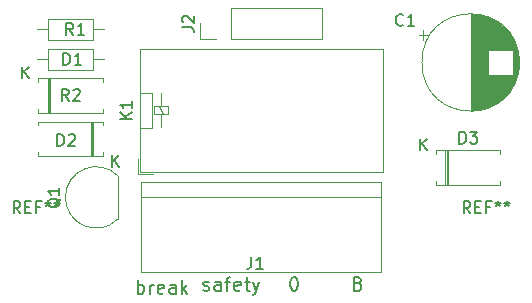
<source format=gbr>
%TF.GenerationSoftware,KiCad,Pcbnew,(5.1.6)-1*%
%TF.CreationDate,2021-01-10T14:53:30+01:00*%
%TF.ProjectId,dcBreak,64634272-6561-46b2-9e6b-696361645f70,rev?*%
%TF.SameCoordinates,Original*%
%TF.FileFunction,Legend,Top*%
%TF.FilePolarity,Positive*%
%FSLAX46Y46*%
G04 Gerber Fmt 4.6, Leading zero omitted, Abs format (unit mm)*
G04 Created by KiCad (PCBNEW (5.1.6)-1) date 2021-01-10 14:53:30*
%MOMM*%
%LPD*%
G01*
G04 APERTURE LIST*
%ADD10C,0.127000*%
%ADD11C,0.120000*%
%ADD12C,0.150000*%
G04 APERTURE END LIST*
D10*
X119969642Y-134284357D02*
X120132928Y-134338785D01*
X120187357Y-134393214D01*
X120241785Y-134502071D01*
X120241785Y-134665357D01*
X120187357Y-134774214D01*
X120132928Y-134828642D01*
X120024071Y-134883071D01*
X119588642Y-134883071D01*
X119588642Y-133740071D01*
X119969642Y-133740071D01*
X120078500Y-133794500D01*
X120132928Y-133848928D01*
X120187357Y-133957785D01*
X120187357Y-134066642D01*
X120132928Y-134175500D01*
X120078500Y-134229928D01*
X119969642Y-134284357D01*
X119588642Y-134284357D01*
X114499571Y-133740071D02*
X114608428Y-133740071D01*
X114717285Y-133794500D01*
X114771714Y-133848928D01*
X114826142Y-133957785D01*
X114880571Y-134175500D01*
X114880571Y-134447642D01*
X114826142Y-134665357D01*
X114771714Y-134774214D01*
X114717285Y-134828642D01*
X114608428Y-134883071D01*
X114499571Y-134883071D01*
X114390714Y-134828642D01*
X114336285Y-134774214D01*
X114281857Y-134665357D01*
X114227428Y-134447642D01*
X114227428Y-134175500D01*
X114281857Y-133957785D01*
X114336285Y-133848928D01*
X114390714Y-133794500D01*
X114499571Y-133740071D01*
X106879571Y-134828642D02*
X106988428Y-134883071D01*
X107206142Y-134883071D01*
X107315000Y-134828642D01*
X107369428Y-134719785D01*
X107369428Y-134665357D01*
X107315000Y-134556500D01*
X107206142Y-134502071D01*
X107042857Y-134502071D01*
X106934000Y-134447642D01*
X106879571Y-134338785D01*
X106879571Y-134284357D01*
X106934000Y-134175500D01*
X107042857Y-134121071D01*
X107206142Y-134121071D01*
X107315000Y-134175500D01*
X108349142Y-134883071D02*
X108349142Y-134284357D01*
X108294714Y-134175500D01*
X108185857Y-134121071D01*
X107968142Y-134121071D01*
X107859285Y-134175500D01*
X108349142Y-134828642D02*
X108240285Y-134883071D01*
X107968142Y-134883071D01*
X107859285Y-134828642D01*
X107804857Y-134719785D01*
X107804857Y-134610928D01*
X107859285Y-134502071D01*
X107968142Y-134447642D01*
X108240285Y-134447642D01*
X108349142Y-134393214D01*
X108730142Y-134121071D02*
X109165571Y-134121071D01*
X108893428Y-134883071D02*
X108893428Y-133903357D01*
X108947857Y-133794500D01*
X109056714Y-133740071D01*
X109165571Y-133740071D01*
X109982000Y-134828642D02*
X109873142Y-134883071D01*
X109655428Y-134883071D01*
X109546571Y-134828642D01*
X109492142Y-134719785D01*
X109492142Y-134284357D01*
X109546571Y-134175500D01*
X109655428Y-134121071D01*
X109873142Y-134121071D01*
X109982000Y-134175500D01*
X110036428Y-134284357D01*
X110036428Y-134393214D01*
X109492142Y-134502071D01*
X110363000Y-134121071D02*
X110798428Y-134121071D01*
X110526285Y-133740071D02*
X110526285Y-134719785D01*
X110580714Y-134828642D01*
X110689571Y-134883071D01*
X110798428Y-134883071D01*
X111070571Y-134121071D02*
X111342714Y-134883071D01*
X111614857Y-134121071D02*
X111342714Y-134883071D01*
X111233857Y-135155214D01*
X111179428Y-135209642D01*
X111070571Y-135264071D01*
X101309714Y-135137071D02*
X101309714Y-133994071D01*
X101309714Y-134429500D02*
X101418571Y-134375071D01*
X101636285Y-134375071D01*
X101745142Y-134429500D01*
X101799571Y-134483928D01*
X101854000Y-134592785D01*
X101854000Y-134919357D01*
X101799571Y-135028214D01*
X101745142Y-135082642D01*
X101636285Y-135137071D01*
X101418571Y-135137071D01*
X101309714Y-135082642D01*
X102343857Y-135137071D02*
X102343857Y-134375071D01*
X102343857Y-134592785D02*
X102398285Y-134483928D01*
X102452714Y-134429500D01*
X102561571Y-134375071D01*
X102670428Y-134375071D01*
X103486857Y-135082642D02*
X103378000Y-135137071D01*
X103160285Y-135137071D01*
X103051428Y-135082642D01*
X102997000Y-134973785D01*
X102997000Y-134538357D01*
X103051428Y-134429500D01*
X103160285Y-134375071D01*
X103378000Y-134375071D01*
X103486857Y-134429500D01*
X103541285Y-134538357D01*
X103541285Y-134647214D01*
X102997000Y-134756071D01*
X104521000Y-135137071D02*
X104521000Y-134538357D01*
X104466571Y-134429500D01*
X104357714Y-134375071D01*
X104140000Y-134375071D01*
X104031142Y-134429500D01*
X104521000Y-135082642D02*
X104412142Y-135137071D01*
X104140000Y-135137071D01*
X104031142Y-135082642D01*
X103976714Y-134973785D01*
X103976714Y-134864928D01*
X104031142Y-134756071D01*
X104140000Y-134701642D01*
X104412142Y-134701642D01*
X104521000Y-134647214D01*
X105065285Y-135137071D02*
X105065285Y-133994071D01*
X105174142Y-134701642D02*
X105500714Y-135137071D01*
X105500714Y-134375071D02*
X105065285Y-134810500D01*
D11*
%TO.C,J1*%
X121920000Y-133350000D02*
X121920000Y-125730000D01*
X101600000Y-125730000D02*
X101600000Y-133350000D01*
X101600000Y-127000000D02*
X121920000Y-127000000D01*
X121920000Y-133350000D02*
X101600000Y-133350000D01*
X121920000Y-125730000D02*
X101600000Y-125730000D01*
%TO.C,K1*%
X102680000Y-119274000D02*
X102680000Y-119974000D01*
X103880000Y-119274000D02*
X102680000Y-119274000D01*
X103880000Y-119974000D02*
X103880000Y-119274000D01*
X102680000Y-119974000D02*
X103880000Y-119974000D01*
X103480000Y-119974000D02*
X103080000Y-119274000D01*
X103310000Y-119274000D02*
X103310000Y-118174000D01*
X103310000Y-119974000D02*
X103310000Y-121074000D01*
X102530000Y-118144000D02*
X101470000Y-118144000D01*
X102530000Y-121144000D02*
X102530000Y-118144000D01*
X101470000Y-121144000D02*
X102510000Y-121144000D01*
X101470000Y-114444000D02*
X101470000Y-124824000D01*
X122060000Y-114444000D02*
X101470000Y-114444000D01*
X122060000Y-124824000D02*
X122060000Y-114444000D01*
X101470000Y-124824000D02*
X122060000Y-124824000D01*
X102620000Y-124984000D02*
X101320000Y-124984000D01*
X101320000Y-124984000D02*
X101320000Y-123774000D01*
%TO.C,C1*%
X133620000Y-115570000D02*
G75*
G03*
X133620000Y-115570000I-4120000J0D01*
G01*
X129500000Y-111490000D02*
X129500000Y-119650000D01*
X129540000Y-111490000D02*
X129540000Y-119650000D01*
X129580000Y-111490000D02*
X129580000Y-119650000D01*
X129620000Y-111491000D02*
X129620000Y-119649000D01*
X129660000Y-111493000D02*
X129660000Y-119647000D01*
X129700000Y-111494000D02*
X129700000Y-119646000D01*
X129740000Y-111496000D02*
X129740000Y-119644000D01*
X129780000Y-111499000D02*
X129780000Y-119641000D01*
X129820000Y-111502000D02*
X129820000Y-119638000D01*
X129860000Y-111505000D02*
X129860000Y-119635000D01*
X129900000Y-111509000D02*
X129900000Y-119631000D01*
X129940000Y-111513000D02*
X129940000Y-119627000D01*
X129980000Y-111518000D02*
X129980000Y-119622000D01*
X130020000Y-111522000D02*
X130020000Y-119618000D01*
X130060000Y-111528000D02*
X130060000Y-119612000D01*
X130100000Y-111533000D02*
X130100000Y-119607000D01*
X130140000Y-111540000D02*
X130140000Y-119600000D01*
X130180000Y-111546000D02*
X130180000Y-119594000D01*
X130221000Y-111553000D02*
X130221000Y-119587000D01*
X130261000Y-111560000D02*
X130261000Y-119580000D01*
X130301000Y-111568000D02*
X130301000Y-119572000D01*
X130341000Y-111576000D02*
X130341000Y-119564000D01*
X130381000Y-111585000D02*
X130381000Y-119555000D01*
X130421000Y-111594000D02*
X130421000Y-119546000D01*
X130461000Y-111603000D02*
X130461000Y-119537000D01*
X130501000Y-111613000D02*
X130501000Y-119527000D01*
X130541000Y-111623000D02*
X130541000Y-119517000D01*
X130581000Y-111634000D02*
X130581000Y-119506000D01*
X130621000Y-111645000D02*
X130621000Y-119495000D01*
X130661000Y-111656000D02*
X130661000Y-119484000D01*
X130701000Y-111668000D02*
X130701000Y-119472000D01*
X130741000Y-111681000D02*
X130741000Y-119459000D01*
X130781000Y-111693000D02*
X130781000Y-119447000D01*
X130821000Y-111707000D02*
X130821000Y-119433000D01*
X130861000Y-111720000D02*
X130861000Y-119420000D01*
X130901000Y-111735000D02*
X130901000Y-119405000D01*
X130941000Y-111749000D02*
X130941000Y-119391000D01*
X130981000Y-111765000D02*
X130981000Y-114530000D01*
X130981000Y-116610000D02*
X130981000Y-119375000D01*
X131021000Y-111780000D02*
X131021000Y-114530000D01*
X131021000Y-116610000D02*
X131021000Y-119360000D01*
X131061000Y-111796000D02*
X131061000Y-114530000D01*
X131061000Y-116610000D02*
X131061000Y-119344000D01*
X131101000Y-111813000D02*
X131101000Y-114530000D01*
X131101000Y-116610000D02*
X131101000Y-119327000D01*
X131141000Y-111830000D02*
X131141000Y-114530000D01*
X131141000Y-116610000D02*
X131141000Y-119310000D01*
X131181000Y-111848000D02*
X131181000Y-114530000D01*
X131181000Y-116610000D02*
X131181000Y-119292000D01*
X131221000Y-111866000D02*
X131221000Y-114530000D01*
X131221000Y-116610000D02*
X131221000Y-119274000D01*
X131261000Y-111884000D02*
X131261000Y-114530000D01*
X131261000Y-116610000D02*
X131261000Y-119256000D01*
X131301000Y-111904000D02*
X131301000Y-114530000D01*
X131301000Y-116610000D02*
X131301000Y-119236000D01*
X131341000Y-111923000D02*
X131341000Y-114530000D01*
X131341000Y-116610000D02*
X131341000Y-119217000D01*
X131381000Y-111943000D02*
X131381000Y-114530000D01*
X131381000Y-116610000D02*
X131381000Y-119197000D01*
X131421000Y-111964000D02*
X131421000Y-114530000D01*
X131421000Y-116610000D02*
X131421000Y-119176000D01*
X131461000Y-111986000D02*
X131461000Y-114530000D01*
X131461000Y-116610000D02*
X131461000Y-119154000D01*
X131501000Y-112008000D02*
X131501000Y-114530000D01*
X131501000Y-116610000D02*
X131501000Y-119132000D01*
X131541000Y-112030000D02*
X131541000Y-114530000D01*
X131541000Y-116610000D02*
X131541000Y-119110000D01*
X131581000Y-112053000D02*
X131581000Y-114530000D01*
X131581000Y-116610000D02*
X131581000Y-119087000D01*
X131621000Y-112077000D02*
X131621000Y-114530000D01*
X131621000Y-116610000D02*
X131621000Y-119063000D01*
X131661000Y-112101000D02*
X131661000Y-114530000D01*
X131661000Y-116610000D02*
X131661000Y-119039000D01*
X131701000Y-112126000D02*
X131701000Y-114530000D01*
X131701000Y-116610000D02*
X131701000Y-119014000D01*
X131741000Y-112152000D02*
X131741000Y-114530000D01*
X131741000Y-116610000D02*
X131741000Y-118988000D01*
X131781000Y-112178000D02*
X131781000Y-114530000D01*
X131781000Y-116610000D02*
X131781000Y-118962000D01*
X131821000Y-112205000D02*
X131821000Y-114530000D01*
X131821000Y-116610000D02*
X131821000Y-118935000D01*
X131861000Y-112232000D02*
X131861000Y-114530000D01*
X131861000Y-116610000D02*
X131861000Y-118908000D01*
X131901000Y-112261000D02*
X131901000Y-114530000D01*
X131901000Y-116610000D02*
X131901000Y-118879000D01*
X131941000Y-112290000D02*
X131941000Y-114530000D01*
X131941000Y-116610000D02*
X131941000Y-118850000D01*
X131981000Y-112320000D02*
X131981000Y-114530000D01*
X131981000Y-116610000D02*
X131981000Y-118820000D01*
X132021000Y-112350000D02*
X132021000Y-114530000D01*
X132021000Y-116610000D02*
X132021000Y-118790000D01*
X132061000Y-112381000D02*
X132061000Y-114530000D01*
X132061000Y-116610000D02*
X132061000Y-118759000D01*
X132101000Y-112414000D02*
X132101000Y-114530000D01*
X132101000Y-116610000D02*
X132101000Y-118726000D01*
X132141000Y-112446000D02*
X132141000Y-114530000D01*
X132141000Y-116610000D02*
X132141000Y-118694000D01*
X132181000Y-112480000D02*
X132181000Y-114530000D01*
X132181000Y-116610000D02*
X132181000Y-118660000D01*
X132221000Y-112515000D02*
X132221000Y-114530000D01*
X132221000Y-116610000D02*
X132221000Y-118625000D01*
X132261000Y-112551000D02*
X132261000Y-114530000D01*
X132261000Y-116610000D02*
X132261000Y-118589000D01*
X132301000Y-112587000D02*
X132301000Y-114530000D01*
X132301000Y-116610000D02*
X132301000Y-118553000D01*
X132341000Y-112625000D02*
X132341000Y-114530000D01*
X132341000Y-116610000D02*
X132341000Y-118515000D01*
X132381000Y-112663000D02*
X132381000Y-114530000D01*
X132381000Y-116610000D02*
X132381000Y-118477000D01*
X132421000Y-112703000D02*
X132421000Y-114530000D01*
X132421000Y-116610000D02*
X132421000Y-118437000D01*
X132461000Y-112744000D02*
X132461000Y-114530000D01*
X132461000Y-116610000D02*
X132461000Y-118396000D01*
X132501000Y-112786000D02*
X132501000Y-114530000D01*
X132501000Y-116610000D02*
X132501000Y-118354000D01*
X132541000Y-112829000D02*
X132541000Y-114530000D01*
X132541000Y-116610000D02*
X132541000Y-118311000D01*
X132581000Y-112873000D02*
X132581000Y-114530000D01*
X132581000Y-116610000D02*
X132581000Y-118267000D01*
X132621000Y-112919000D02*
X132621000Y-114530000D01*
X132621000Y-116610000D02*
X132621000Y-118221000D01*
X132661000Y-112966000D02*
X132661000Y-114530000D01*
X132661000Y-116610000D02*
X132661000Y-118174000D01*
X132701000Y-113014000D02*
X132701000Y-114530000D01*
X132701000Y-116610000D02*
X132701000Y-118126000D01*
X132741000Y-113065000D02*
X132741000Y-114530000D01*
X132741000Y-116610000D02*
X132741000Y-118075000D01*
X132781000Y-113116000D02*
X132781000Y-114530000D01*
X132781000Y-116610000D02*
X132781000Y-118024000D01*
X132821000Y-113170000D02*
X132821000Y-114530000D01*
X132821000Y-116610000D02*
X132821000Y-117970000D01*
X132861000Y-113225000D02*
X132861000Y-114530000D01*
X132861000Y-116610000D02*
X132861000Y-117915000D01*
X132901000Y-113283000D02*
X132901000Y-114530000D01*
X132901000Y-116610000D02*
X132901000Y-117857000D01*
X132941000Y-113342000D02*
X132941000Y-114530000D01*
X132941000Y-116610000D02*
X132941000Y-117798000D01*
X132981000Y-113404000D02*
X132981000Y-114530000D01*
X132981000Y-116610000D02*
X132981000Y-117736000D01*
X133021000Y-113468000D02*
X133021000Y-114530000D01*
X133021000Y-116610000D02*
X133021000Y-117672000D01*
X133061000Y-113536000D02*
X133061000Y-117604000D01*
X133101000Y-113606000D02*
X133101000Y-117534000D01*
X133141000Y-113680000D02*
X133141000Y-117460000D01*
X133181000Y-113757000D02*
X133181000Y-117383000D01*
X133221000Y-113839000D02*
X133221000Y-117301000D01*
X133261000Y-113925000D02*
X133261000Y-117215000D01*
X133301000Y-114018000D02*
X133301000Y-117122000D01*
X133341000Y-114117000D02*
X133341000Y-117023000D01*
X133381000Y-114224000D02*
X133381000Y-116916000D01*
X133421000Y-114341000D02*
X133421000Y-116799000D01*
X133461000Y-114472000D02*
X133461000Y-116668000D01*
X133501000Y-114622000D02*
X133501000Y-116518000D01*
X133541000Y-114802000D02*
X133541000Y-116338000D01*
X133581000Y-115037000D02*
X133581000Y-116103000D01*
X125090302Y-113255000D02*
X125890302Y-113255000D01*
X125490302Y-112855000D02*
X125490302Y-113655000D01*
%TO.C,J2*%
X106620000Y-113598000D02*
X106620000Y-112268000D01*
X107950000Y-113598000D02*
X106620000Y-113598000D01*
X109220000Y-113598000D02*
X109220000Y-110938000D01*
X109220000Y-110938000D02*
X116900000Y-110938000D01*
X109220000Y-113598000D02*
X116900000Y-113598000D01*
X116900000Y-113598000D02*
X116900000Y-110938000D01*
%TO.C,Q1*%
X99640000Y-128800000D02*
X99640000Y-125200000D01*
X99628478Y-128838478D02*
G75*
G02*
X95190000Y-127000000I-1838478J1838478D01*
G01*
X99628478Y-125161522D02*
G75*
G03*
X95190000Y-127000000I-1838478J-1838478D01*
G01*
%TO.C,D1*%
X92911000Y-117224000D02*
X92911000Y-116894000D01*
X92911000Y-116894000D02*
X98351000Y-116894000D01*
X98351000Y-116894000D02*
X98351000Y-117224000D01*
X92911000Y-119504000D02*
X92911000Y-119834000D01*
X92911000Y-119834000D02*
X98351000Y-119834000D01*
X98351000Y-119834000D02*
X98351000Y-119504000D01*
X93811000Y-116894000D02*
X93811000Y-119834000D01*
X93931000Y-116894000D02*
X93931000Y-119834000D01*
X93691000Y-116894000D02*
X93691000Y-119834000D01*
%TO.C,D2*%
X97571000Y-123517000D02*
X97571000Y-120577000D01*
X97331000Y-123517000D02*
X97331000Y-120577000D01*
X97451000Y-123517000D02*
X97451000Y-120577000D01*
X92911000Y-120577000D02*
X92911000Y-120907000D01*
X98351000Y-120577000D02*
X92911000Y-120577000D01*
X98351000Y-120907000D02*
X98351000Y-120577000D01*
X92911000Y-123517000D02*
X92911000Y-123187000D01*
X98351000Y-123517000D02*
X92911000Y-123517000D01*
X98351000Y-123187000D02*
X98351000Y-123517000D01*
%TO.C,D3*%
X126566000Y-123320000D02*
X126566000Y-122990000D01*
X126566000Y-122990000D02*
X132006000Y-122990000D01*
X132006000Y-122990000D02*
X132006000Y-123320000D01*
X126566000Y-125600000D02*
X126566000Y-125930000D01*
X126566000Y-125930000D02*
X132006000Y-125930000D01*
X132006000Y-125930000D02*
X132006000Y-125600000D01*
X127466000Y-122990000D02*
X127466000Y-125930000D01*
X127586000Y-122990000D02*
X127586000Y-125930000D01*
X127346000Y-122990000D02*
X127346000Y-125930000D01*
%TO.C,R1*%
X98501000Y-112776000D02*
X97551000Y-112776000D01*
X92761000Y-112776000D02*
X93711000Y-112776000D01*
X97551000Y-111856000D02*
X93711000Y-111856000D01*
X97551000Y-113696000D02*
X97551000Y-111856000D01*
X93711000Y-113696000D02*
X97551000Y-113696000D01*
X93711000Y-111856000D02*
X93711000Y-113696000D01*
%TO.C,R2*%
X97551000Y-116236000D02*
X97551000Y-114396000D01*
X97551000Y-114396000D02*
X93711000Y-114396000D01*
X93711000Y-114396000D02*
X93711000Y-116236000D01*
X93711000Y-116236000D02*
X97551000Y-116236000D01*
X98501000Y-115316000D02*
X97551000Y-115316000D01*
X92761000Y-115316000D02*
X93711000Y-115316000D01*
%TO.C,J1*%
D12*
X110918666Y-132040380D02*
X110918666Y-132754666D01*
X110871047Y-132897523D01*
X110775809Y-132992761D01*
X110632952Y-133040380D01*
X110537714Y-133040380D01*
X111918666Y-133040380D02*
X111347238Y-133040380D01*
X111632952Y-133040380D02*
X111632952Y-132040380D01*
X111537714Y-132183238D01*
X111442476Y-132278476D01*
X111347238Y-132326095D01*
%TO.C,K1*%
X100822380Y-120372095D02*
X99822380Y-120372095D01*
X100822380Y-119800666D02*
X100250952Y-120229238D01*
X99822380Y-119800666D02*
X100393809Y-120372095D01*
X100822380Y-118848285D02*
X100822380Y-119419714D01*
X100822380Y-119134000D02*
X99822380Y-119134000D01*
X99965238Y-119229238D01*
X100060476Y-119324476D01*
X100108095Y-119419714D01*
%TO.C,C1*%
X123785333Y-112371142D02*
X123737714Y-112418761D01*
X123594857Y-112466380D01*
X123499619Y-112466380D01*
X123356761Y-112418761D01*
X123261523Y-112323523D01*
X123213904Y-112228285D01*
X123166285Y-112037809D01*
X123166285Y-111894952D01*
X123213904Y-111704476D01*
X123261523Y-111609238D01*
X123356761Y-111514000D01*
X123499619Y-111466380D01*
X123594857Y-111466380D01*
X123737714Y-111514000D01*
X123785333Y-111561619D01*
X124737714Y-112466380D02*
X124166285Y-112466380D01*
X124452000Y-112466380D02*
X124452000Y-111466380D01*
X124356761Y-111609238D01*
X124261523Y-111704476D01*
X124166285Y-111752095D01*
%TO.C,REF\u002A\u002A*%
X91376666Y-128332380D02*
X91043333Y-127856190D01*
X90805238Y-128332380D02*
X90805238Y-127332380D01*
X91186190Y-127332380D01*
X91281428Y-127380000D01*
X91329047Y-127427619D01*
X91376666Y-127522857D01*
X91376666Y-127665714D01*
X91329047Y-127760952D01*
X91281428Y-127808571D01*
X91186190Y-127856190D01*
X90805238Y-127856190D01*
X91805238Y-127808571D02*
X92138571Y-127808571D01*
X92281428Y-128332380D02*
X91805238Y-128332380D01*
X91805238Y-127332380D01*
X92281428Y-127332380D01*
X93043333Y-127808571D02*
X92710000Y-127808571D01*
X92710000Y-128332380D02*
X92710000Y-127332380D01*
X93186190Y-127332380D01*
X93710000Y-127332380D02*
X93710000Y-127570476D01*
X93471904Y-127475238D02*
X93710000Y-127570476D01*
X93948095Y-127475238D01*
X93567142Y-127760952D02*
X93710000Y-127570476D01*
X93852857Y-127760952D01*
X94471904Y-127332380D02*
X94471904Y-127570476D01*
X94233809Y-127475238D02*
X94471904Y-127570476D01*
X94710000Y-127475238D01*
X94329047Y-127760952D02*
X94471904Y-127570476D01*
X94614761Y-127760952D01*
X129476666Y-128332380D02*
X129143333Y-127856190D01*
X128905238Y-128332380D02*
X128905238Y-127332380D01*
X129286190Y-127332380D01*
X129381428Y-127380000D01*
X129429047Y-127427619D01*
X129476666Y-127522857D01*
X129476666Y-127665714D01*
X129429047Y-127760952D01*
X129381428Y-127808571D01*
X129286190Y-127856190D01*
X128905238Y-127856190D01*
X129905238Y-127808571D02*
X130238571Y-127808571D01*
X130381428Y-128332380D02*
X129905238Y-128332380D01*
X129905238Y-127332380D01*
X130381428Y-127332380D01*
X131143333Y-127808571D02*
X130810000Y-127808571D01*
X130810000Y-128332380D02*
X130810000Y-127332380D01*
X131286190Y-127332380D01*
X131810000Y-127332380D02*
X131810000Y-127570476D01*
X131571904Y-127475238D02*
X131810000Y-127570476D01*
X132048095Y-127475238D01*
X131667142Y-127760952D02*
X131810000Y-127570476D01*
X131952857Y-127760952D01*
X132571904Y-127332380D02*
X132571904Y-127570476D01*
X132333809Y-127475238D02*
X132571904Y-127570476D01*
X132810000Y-127475238D01*
X132429047Y-127760952D02*
X132571904Y-127570476D01*
X132714761Y-127760952D01*
%TO.C,J2*%
X105072380Y-112601333D02*
X105786666Y-112601333D01*
X105929523Y-112648952D01*
X106024761Y-112744190D01*
X106072380Y-112887047D01*
X106072380Y-112982285D01*
X105167619Y-112172761D02*
X105120000Y-112125142D01*
X105072380Y-112029904D01*
X105072380Y-111791809D01*
X105120000Y-111696571D01*
X105167619Y-111648952D01*
X105262857Y-111601333D01*
X105358095Y-111601333D01*
X105500952Y-111648952D01*
X106072380Y-112220380D01*
X106072380Y-111601333D01*
%TO.C,Q1*%
X94777619Y-127095238D02*
X94730000Y-127190476D01*
X94634761Y-127285714D01*
X94491904Y-127428571D01*
X94444285Y-127523809D01*
X94444285Y-127619047D01*
X94682380Y-127571428D02*
X94634761Y-127666666D01*
X94539523Y-127761904D01*
X94349047Y-127809523D01*
X94015714Y-127809523D01*
X93825238Y-127761904D01*
X93730000Y-127666666D01*
X93682380Y-127571428D01*
X93682380Y-127380952D01*
X93730000Y-127285714D01*
X93825238Y-127190476D01*
X94015714Y-127142857D01*
X94349047Y-127142857D01*
X94539523Y-127190476D01*
X94634761Y-127285714D01*
X94682380Y-127380952D01*
X94682380Y-127571428D01*
X94682380Y-126190476D02*
X94682380Y-126761904D01*
X94682380Y-126476190D02*
X93682380Y-126476190D01*
X93825238Y-126571428D01*
X93920476Y-126666666D01*
X93968095Y-126761904D01*
%TO.C,D1*%
X95019904Y-115768380D02*
X95019904Y-114768380D01*
X95258000Y-114768380D01*
X95400857Y-114816000D01*
X95496095Y-114911238D01*
X95543714Y-115006476D01*
X95591333Y-115196952D01*
X95591333Y-115339809D01*
X95543714Y-115530285D01*
X95496095Y-115625523D01*
X95400857Y-115720761D01*
X95258000Y-115768380D01*
X95019904Y-115768380D01*
X96543714Y-115768380D02*
X95972285Y-115768380D01*
X96258000Y-115768380D02*
X96258000Y-114768380D01*
X96162761Y-114911238D01*
X96067523Y-115006476D01*
X95972285Y-115054095D01*
X91559095Y-116916380D02*
X91559095Y-115916380D01*
X92130523Y-116916380D02*
X91701952Y-116344952D01*
X92130523Y-115916380D02*
X91559095Y-116487809D01*
%TO.C,D2*%
X94511904Y-122626380D02*
X94511904Y-121626380D01*
X94750000Y-121626380D01*
X94892857Y-121674000D01*
X94988095Y-121769238D01*
X95035714Y-121864476D01*
X95083333Y-122054952D01*
X95083333Y-122197809D01*
X95035714Y-122388285D01*
X94988095Y-122483523D01*
X94892857Y-122578761D01*
X94750000Y-122626380D01*
X94511904Y-122626380D01*
X95464285Y-121721619D02*
X95511904Y-121674000D01*
X95607142Y-121626380D01*
X95845238Y-121626380D01*
X95940476Y-121674000D01*
X95988095Y-121721619D01*
X96035714Y-121816857D01*
X96035714Y-121912095D01*
X95988095Y-122054952D01*
X95416666Y-122626380D01*
X96035714Y-122626380D01*
X99179095Y-124399380D02*
X99179095Y-123399380D01*
X99750523Y-124399380D02*
X99321952Y-123827952D01*
X99750523Y-123399380D02*
X99179095Y-123970809D01*
%TO.C,D3*%
X128547904Y-122442380D02*
X128547904Y-121442380D01*
X128786000Y-121442380D01*
X128928857Y-121490000D01*
X129024095Y-121585238D01*
X129071714Y-121680476D01*
X129119333Y-121870952D01*
X129119333Y-122013809D01*
X129071714Y-122204285D01*
X129024095Y-122299523D01*
X128928857Y-122394761D01*
X128786000Y-122442380D01*
X128547904Y-122442380D01*
X129452666Y-121442380D02*
X130071714Y-121442380D01*
X129738380Y-121823333D01*
X129881238Y-121823333D01*
X129976476Y-121870952D01*
X130024095Y-121918571D01*
X130071714Y-122013809D01*
X130071714Y-122251904D01*
X130024095Y-122347142D01*
X129976476Y-122394761D01*
X129881238Y-122442380D01*
X129595523Y-122442380D01*
X129500285Y-122394761D01*
X129452666Y-122347142D01*
X125214095Y-123012380D02*
X125214095Y-122012380D01*
X125785523Y-123012380D02*
X125356952Y-122440952D01*
X125785523Y-122012380D02*
X125214095Y-122583809D01*
%TO.C,R1*%
X95845333Y-113228380D02*
X95512000Y-112752190D01*
X95273904Y-113228380D02*
X95273904Y-112228380D01*
X95654857Y-112228380D01*
X95750095Y-112276000D01*
X95797714Y-112323619D01*
X95845333Y-112418857D01*
X95845333Y-112561714D01*
X95797714Y-112656952D01*
X95750095Y-112704571D01*
X95654857Y-112752190D01*
X95273904Y-112752190D01*
X96797714Y-113228380D02*
X96226285Y-113228380D01*
X96512000Y-113228380D02*
X96512000Y-112228380D01*
X96416761Y-112371238D01*
X96321523Y-112466476D01*
X96226285Y-112514095D01*
%TO.C,R2*%
X95464333Y-118816380D02*
X95131000Y-118340190D01*
X94892904Y-118816380D02*
X94892904Y-117816380D01*
X95273857Y-117816380D01*
X95369095Y-117864000D01*
X95416714Y-117911619D01*
X95464333Y-118006857D01*
X95464333Y-118149714D01*
X95416714Y-118244952D01*
X95369095Y-118292571D01*
X95273857Y-118340190D01*
X94892904Y-118340190D01*
X95845285Y-117911619D02*
X95892904Y-117864000D01*
X95988142Y-117816380D01*
X96226238Y-117816380D01*
X96321476Y-117864000D01*
X96369095Y-117911619D01*
X96416714Y-118006857D01*
X96416714Y-118102095D01*
X96369095Y-118244952D01*
X95797666Y-118816380D01*
X96416714Y-118816380D01*
%TD*%
M02*

</source>
